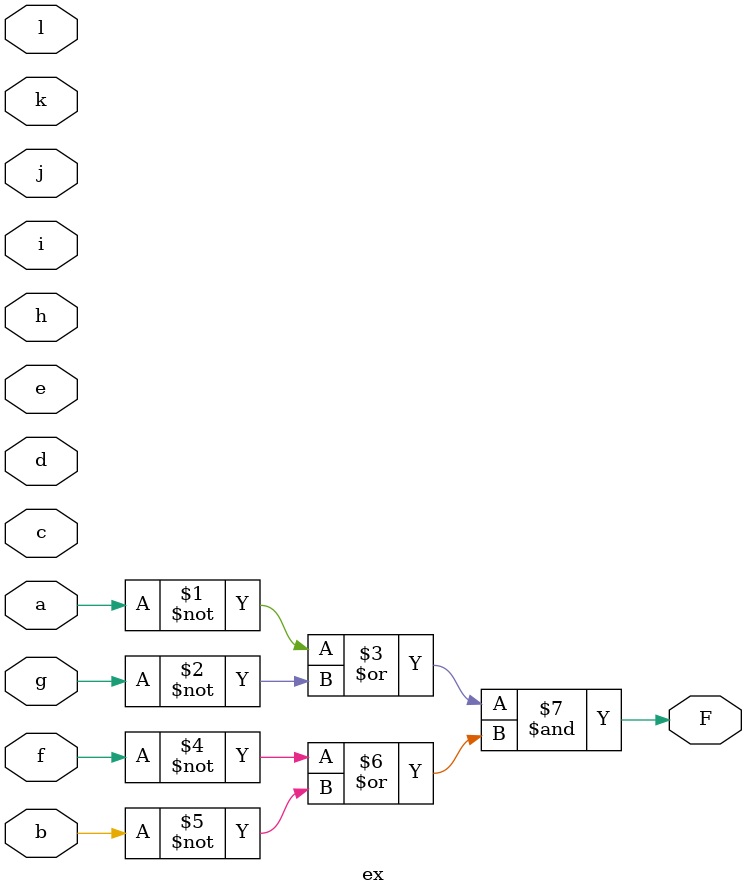
<source format=v>

module ex ( 
    a, b, c, d, e, f, g, h, i, j, k, l,
    F  );
  input  a, b, c, d, e, f, g, h, i, j, k, l;
  output F;
  assign F = (~a | ~g) & (~f | ~b);
endmodule



</source>
